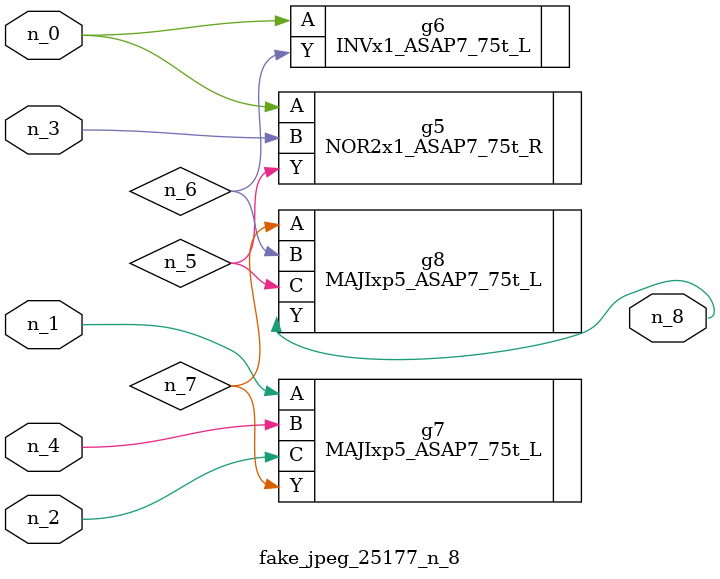
<source format=v>
module fake_jpeg_25177_n_8 (n_3, n_2, n_1, n_0, n_4, n_8);

input n_3;
input n_2;
input n_1;
input n_0;
input n_4;

output n_8;

wire n_6;
wire n_5;
wire n_7;

NOR2x1_ASAP7_75t_R g5 ( 
.A(n_0),
.B(n_3),
.Y(n_5)
);

INVx1_ASAP7_75t_L g6 ( 
.A(n_0),
.Y(n_6)
);

MAJIxp5_ASAP7_75t_L g7 ( 
.A(n_1),
.B(n_4),
.C(n_2),
.Y(n_7)
);

MAJIxp5_ASAP7_75t_L g8 ( 
.A(n_7),
.B(n_6),
.C(n_5),
.Y(n_8)
);


endmodule
</source>
